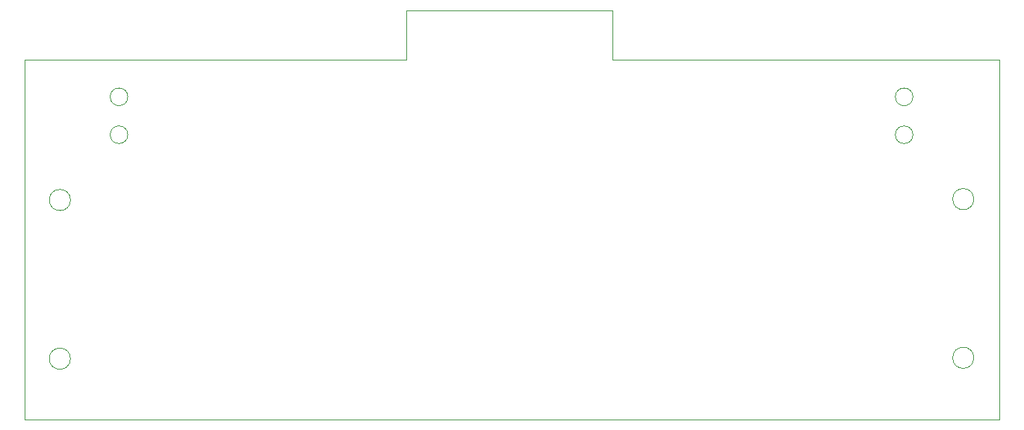
<source format=gbr>
G04 #@! TF.GenerationSoftware,KiCad,Pcbnew,5.1.1-8be2ce7~80~ubuntu18.04.1*
G04 #@! TF.CreationDate,2019-04-20T15:40:35+02:00*
G04 #@! TF.ProjectId,megazord,6d656761-7a6f-4726-942e-6b696361645f,rev?*
G04 #@! TF.SameCoordinates,Original*
G04 #@! TF.FileFunction,Profile,NP*
%FSLAX46Y46*%
G04 Gerber Fmt 4.6, Leading zero omitted, Abs format (unit mm)*
G04 Created by KiCad (PCBNEW 5.1.1-8be2ce7~80~ubuntu18.04.1) date 2019-04-20 15:40:35*
%MOMM*%
%LPD*%
G04 APERTURE LIST*
%ADD10C,0.050000*%
G04 APERTURE END LIST*
D10*
X156500000Y-93100000D02*
G75*
G03X156500000Y-93100000I-1000000J0D01*
G01*
X156500000Y-88800000D02*
G75*
G03X156500000Y-88800000I-1000000J0D01*
G01*
X67500000Y-93100000D02*
G75*
G03X67500000Y-93100000I-1000000J0D01*
G01*
X67500000Y-88800000D02*
G75*
G03X67500000Y-88800000I-1000000J0D01*
G01*
X163400000Y-100400000D02*
G75*
G03X163400000Y-100400000I-1200000J0D01*
G01*
X163400000Y-118400000D02*
G75*
G03X163400000Y-118400000I-1200000J0D01*
G01*
X61000000Y-100500000D02*
G75*
G03X61000000Y-100500000I-1200000J0D01*
G01*
X61000000Y-118500000D02*
G75*
G03X61000000Y-118500000I-1200000J0D01*
G01*
X55800000Y-125300000D02*
X55800000Y-125400000D01*
X166300000Y-125400000D02*
X55800000Y-125400000D01*
X166300000Y-84600000D02*
X166300000Y-125400000D01*
X122400000Y-84600000D02*
X166300000Y-84600000D01*
X55800000Y-84600000D02*
X99100000Y-84600000D01*
X55800000Y-125300000D02*
X55800000Y-84600000D01*
X122400000Y-79000000D02*
X122400000Y-84600000D01*
X99100000Y-79000000D02*
X122400000Y-79000000D01*
X99100000Y-84600000D02*
X99100000Y-79000000D01*
M02*

</source>
